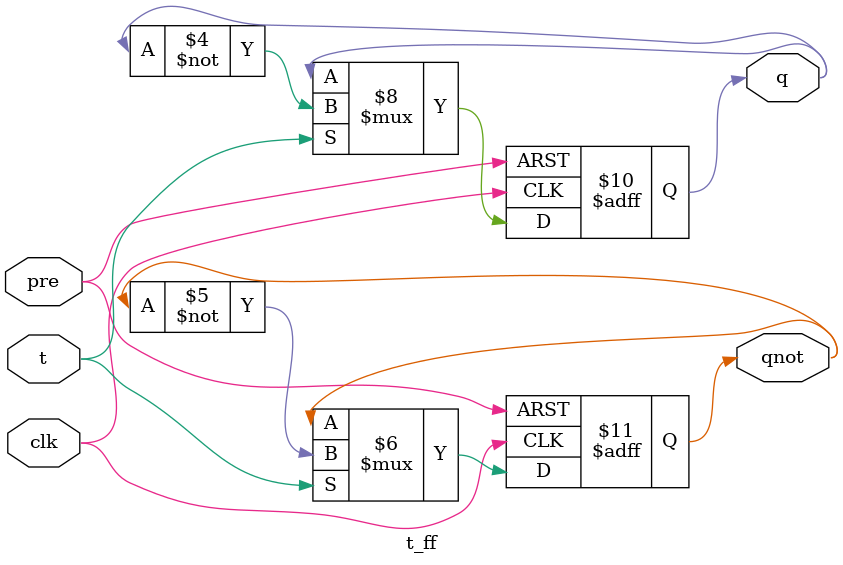
<source format=v>
`timescale 1ns / 1ps


module t_ff(
    input t,
    input clk,
    input pre,
    output reg q,
    output reg qnot
    );
    
    always @(posedge clk or posedge pre) begin
        if(pre == 1)begin
            q<=1;
            qnot<=0;
        end
        else if(t==1) begin
            q <= ~q;
            qnot <= ~qnot;
        end
   end
endmodule

</source>
